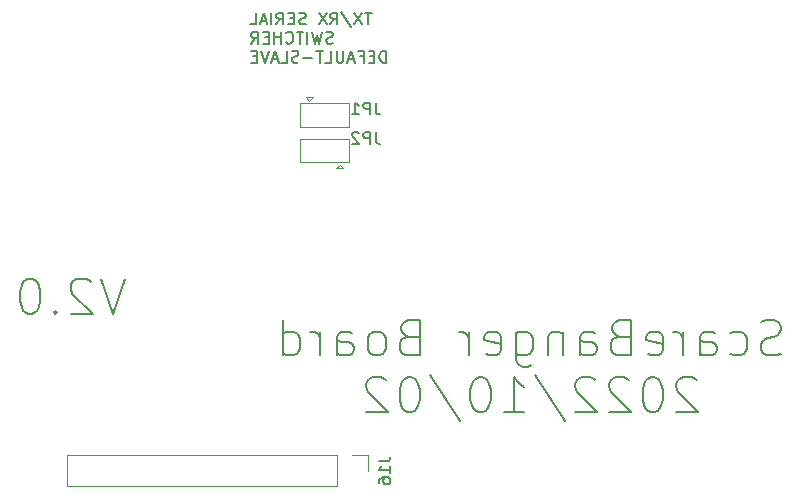
<source format=gbr>
%TF.GenerationSoftware,KiCad,Pcbnew,(6.0.7)*%
%TF.CreationDate,2022-10-06T11:11:12-05:00*%
%TF.ProjectId,ScareBanger_PCB,53636172-6542-4616-9e67-65725f504342,rev?*%
%TF.SameCoordinates,Original*%
%TF.FileFunction,Legend,Bot*%
%TF.FilePolarity,Positive*%
%FSLAX46Y46*%
G04 Gerber Fmt 4.6, Leading zero omitted, Abs format (unit mm)*
G04 Created by KiCad (PCBNEW (6.0.7)) date 2022-10-06 11:11:12*
%MOMM*%
%LPD*%
G01*
G04 APERTURE LIST*
%ADD10C,0.150000*%
%ADD11C,0.120000*%
G04 APERTURE END LIST*
D10*
X151478452Y-95842380D02*
X150907023Y-95842380D01*
X151192738Y-96842380D02*
X151192738Y-95842380D01*
X150668928Y-95842380D02*
X150002261Y-96842380D01*
X150002261Y-95842380D02*
X150668928Y-96842380D01*
X148907023Y-95794761D02*
X149764166Y-97080476D01*
X148002261Y-96842380D02*
X148335595Y-96366190D01*
X148573690Y-96842380D02*
X148573690Y-95842380D01*
X148192738Y-95842380D01*
X148097500Y-95890000D01*
X148049880Y-95937619D01*
X148002261Y-96032857D01*
X148002261Y-96175714D01*
X148049880Y-96270952D01*
X148097500Y-96318571D01*
X148192738Y-96366190D01*
X148573690Y-96366190D01*
X147668928Y-95842380D02*
X147002261Y-96842380D01*
X147002261Y-95842380D02*
X147668928Y-96842380D01*
X145907023Y-96794761D02*
X145764166Y-96842380D01*
X145526071Y-96842380D01*
X145430833Y-96794761D01*
X145383214Y-96747142D01*
X145335595Y-96651904D01*
X145335595Y-96556666D01*
X145383214Y-96461428D01*
X145430833Y-96413809D01*
X145526071Y-96366190D01*
X145716547Y-96318571D01*
X145811785Y-96270952D01*
X145859404Y-96223333D01*
X145907023Y-96128095D01*
X145907023Y-96032857D01*
X145859404Y-95937619D01*
X145811785Y-95890000D01*
X145716547Y-95842380D01*
X145478452Y-95842380D01*
X145335595Y-95890000D01*
X144907023Y-96318571D02*
X144573690Y-96318571D01*
X144430833Y-96842380D02*
X144907023Y-96842380D01*
X144907023Y-95842380D01*
X144430833Y-95842380D01*
X143430833Y-96842380D02*
X143764166Y-96366190D01*
X144002261Y-96842380D02*
X144002261Y-95842380D01*
X143621309Y-95842380D01*
X143526071Y-95890000D01*
X143478452Y-95937619D01*
X143430833Y-96032857D01*
X143430833Y-96175714D01*
X143478452Y-96270952D01*
X143526071Y-96318571D01*
X143621309Y-96366190D01*
X144002261Y-96366190D01*
X143002261Y-96842380D02*
X143002261Y-95842380D01*
X142573690Y-96556666D02*
X142097500Y-96556666D01*
X142668928Y-96842380D02*
X142335595Y-95842380D01*
X142002261Y-96842380D01*
X141192738Y-96842380D02*
X141668928Y-96842380D01*
X141668928Y-95842380D01*
X148192738Y-98404761D02*
X148049880Y-98452380D01*
X147811785Y-98452380D01*
X147716547Y-98404761D01*
X147668928Y-98357142D01*
X147621309Y-98261904D01*
X147621309Y-98166666D01*
X147668928Y-98071428D01*
X147716547Y-98023809D01*
X147811785Y-97976190D01*
X148002261Y-97928571D01*
X148097500Y-97880952D01*
X148145119Y-97833333D01*
X148192738Y-97738095D01*
X148192738Y-97642857D01*
X148145119Y-97547619D01*
X148097500Y-97500000D01*
X148002261Y-97452380D01*
X147764166Y-97452380D01*
X147621309Y-97500000D01*
X147287976Y-97452380D02*
X147049880Y-98452380D01*
X146859404Y-97738095D01*
X146668928Y-98452380D01*
X146430833Y-97452380D01*
X146049880Y-98452380D02*
X146049880Y-97452380D01*
X145716547Y-97452380D02*
X145145119Y-97452380D01*
X145430833Y-98452380D02*
X145430833Y-97452380D01*
X144240357Y-98357142D02*
X144287976Y-98404761D01*
X144430833Y-98452380D01*
X144526071Y-98452380D01*
X144668928Y-98404761D01*
X144764166Y-98309523D01*
X144811785Y-98214285D01*
X144859404Y-98023809D01*
X144859404Y-97880952D01*
X144811785Y-97690476D01*
X144764166Y-97595238D01*
X144668928Y-97500000D01*
X144526071Y-97452380D01*
X144430833Y-97452380D01*
X144287976Y-97500000D01*
X144240357Y-97547619D01*
X143811785Y-98452380D02*
X143811785Y-97452380D01*
X143811785Y-97928571D02*
X143240357Y-97928571D01*
X143240357Y-98452380D02*
X143240357Y-97452380D01*
X142764166Y-97928571D02*
X142430833Y-97928571D01*
X142287976Y-98452380D02*
X142764166Y-98452380D01*
X142764166Y-97452380D01*
X142287976Y-97452380D01*
X141287976Y-98452380D02*
X141621309Y-97976190D01*
X141859404Y-98452380D02*
X141859404Y-97452380D01*
X141478452Y-97452380D01*
X141383214Y-97500000D01*
X141335595Y-97547619D01*
X141287976Y-97642857D01*
X141287976Y-97785714D01*
X141335595Y-97880952D01*
X141383214Y-97928571D01*
X141478452Y-97976190D01*
X141859404Y-97976190D01*
X152716547Y-100062380D02*
X152716547Y-99062380D01*
X152478452Y-99062380D01*
X152335595Y-99110000D01*
X152240357Y-99205238D01*
X152192738Y-99300476D01*
X152145119Y-99490952D01*
X152145119Y-99633809D01*
X152192738Y-99824285D01*
X152240357Y-99919523D01*
X152335595Y-100014761D01*
X152478452Y-100062380D01*
X152716547Y-100062380D01*
X151716547Y-99538571D02*
X151383214Y-99538571D01*
X151240357Y-100062380D02*
X151716547Y-100062380D01*
X151716547Y-99062380D01*
X151240357Y-99062380D01*
X150478452Y-99538571D02*
X150811785Y-99538571D01*
X150811785Y-100062380D02*
X150811785Y-99062380D01*
X150335595Y-99062380D01*
X150002261Y-99776666D02*
X149526071Y-99776666D01*
X150097500Y-100062380D02*
X149764166Y-99062380D01*
X149430833Y-100062380D01*
X149097500Y-99062380D02*
X149097500Y-99871904D01*
X149049880Y-99967142D01*
X149002261Y-100014761D01*
X148907023Y-100062380D01*
X148716547Y-100062380D01*
X148621309Y-100014761D01*
X148573690Y-99967142D01*
X148526071Y-99871904D01*
X148526071Y-99062380D01*
X147573690Y-100062380D02*
X148049880Y-100062380D01*
X148049880Y-99062380D01*
X147383214Y-99062380D02*
X146811785Y-99062380D01*
X147097500Y-100062380D02*
X147097500Y-99062380D01*
X146478452Y-99681428D02*
X145716547Y-99681428D01*
X145287976Y-100014761D02*
X145145119Y-100062380D01*
X144907023Y-100062380D01*
X144811785Y-100014761D01*
X144764166Y-99967142D01*
X144716547Y-99871904D01*
X144716547Y-99776666D01*
X144764166Y-99681428D01*
X144811785Y-99633809D01*
X144907023Y-99586190D01*
X145097500Y-99538571D01*
X145192738Y-99490952D01*
X145240357Y-99443333D01*
X145287976Y-99348095D01*
X145287976Y-99252857D01*
X145240357Y-99157619D01*
X145192738Y-99110000D01*
X145097500Y-99062380D01*
X144859404Y-99062380D01*
X144716547Y-99110000D01*
X143811785Y-100062380D02*
X144287976Y-100062380D01*
X144287976Y-99062380D01*
X143526071Y-99776666D02*
X143049880Y-99776666D01*
X143621309Y-100062380D02*
X143287976Y-99062380D01*
X142954642Y-100062380D01*
X142764166Y-99062380D02*
X142430833Y-100062380D01*
X142097500Y-99062380D01*
X141764166Y-99538571D02*
X141430833Y-99538571D01*
X141287976Y-100062380D02*
X141764166Y-100062380D01*
X141764166Y-99062380D01*
X141287976Y-99062380D01*
X130571428Y-118357142D02*
X129571428Y-121357142D01*
X128571428Y-118357142D01*
X127714285Y-118642857D02*
X127571428Y-118500000D01*
X127285714Y-118357142D01*
X126571428Y-118357142D01*
X126285714Y-118500000D01*
X126142857Y-118642857D01*
X126000000Y-118928571D01*
X126000000Y-119214285D01*
X126142857Y-119642857D01*
X127857142Y-121357142D01*
X126000000Y-121357142D01*
X124714285Y-121071428D02*
X124571428Y-121214285D01*
X124714285Y-121357142D01*
X124857142Y-121214285D01*
X124714285Y-121071428D01*
X124714285Y-121357142D01*
X122714285Y-118357142D02*
X122428571Y-118357142D01*
X122142857Y-118500000D01*
X122000000Y-118642857D01*
X121857142Y-118928571D01*
X121714285Y-119500000D01*
X121714285Y-120214285D01*
X121857142Y-120785714D01*
X122000000Y-121071428D01*
X122142857Y-121214285D01*
X122428571Y-121357142D01*
X122714285Y-121357142D01*
X123000000Y-121214285D01*
X123142857Y-121071428D01*
X123285714Y-120785714D01*
X123428571Y-120214285D01*
X123428571Y-119500000D01*
X123285714Y-118928571D01*
X123142857Y-118642857D01*
X123000000Y-118500000D01*
X122714285Y-118357142D01*
X186142857Y-124714285D02*
X185714285Y-124857142D01*
X185000000Y-124857142D01*
X184714285Y-124714285D01*
X184571428Y-124571428D01*
X184428571Y-124285714D01*
X184428571Y-124000000D01*
X184571428Y-123714285D01*
X184714285Y-123571428D01*
X185000000Y-123428571D01*
X185571428Y-123285714D01*
X185857142Y-123142857D01*
X186000000Y-123000000D01*
X186142857Y-122714285D01*
X186142857Y-122428571D01*
X186000000Y-122142857D01*
X185857142Y-122000000D01*
X185571428Y-121857142D01*
X184857142Y-121857142D01*
X184428571Y-122000000D01*
X181857142Y-124714285D02*
X182142857Y-124857142D01*
X182714285Y-124857142D01*
X183000000Y-124714285D01*
X183142857Y-124571428D01*
X183285714Y-124285714D01*
X183285714Y-123428571D01*
X183142857Y-123142857D01*
X183000000Y-123000000D01*
X182714285Y-122857142D01*
X182142857Y-122857142D01*
X181857142Y-123000000D01*
X179285714Y-124857142D02*
X179285714Y-123285714D01*
X179428571Y-123000000D01*
X179714285Y-122857142D01*
X180285714Y-122857142D01*
X180571428Y-123000000D01*
X179285714Y-124714285D02*
X179571428Y-124857142D01*
X180285714Y-124857142D01*
X180571428Y-124714285D01*
X180714285Y-124428571D01*
X180714285Y-124142857D01*
X180571428Y-123857142D01*
X180285714Y-123714285D01*
X179571428Y-123714285D01*
X179285714Y-123571428D01*
X177857142Y-124857142D02*
X177857142Y-122857142D01*
X177857142Y-123428571D02*
X177714285Y-123142857D01*
X177571428Y-123000000D01*
X177285714Y-122857142D01*
X177000000Y-122857142D01*
X174857142Y-124714285D02*
X175142857Y-124857142D01*
X175714285Y-124857142D01*
X176000000Y-124714285D01*
X176142857Y-124428571D01*
X176142857Y-123285714D01*
X176000000Y-123000000D01*
X175714285Y-122857142D01*
X175142857Y-122857142D01*
X174857142Y-123000000D01*
X174714285Y-123285714D01*
X174714285Y-123571428D01*
X176142857Y-123857142D01*
X172428571Y-123285714D02*
X172000000Y-123428571D01*
X171857142Y-123571428D01*
X171714285Y-123857142D01*
X171714285Y-124285714D01*
X171857142Y-124571428D01*
X172000000Y-124714285D01*
X172285714Y-124857142D01*
X173428571Y-124857142D01*
X173428571Y-121857142D01*
X172428571Y-121857142D01*
X172142857Y-122000000D01*
X172000000Y-122142857D01*
X171857142Y-122428571D01*
X171857142Y-122714285D01*
X172000000Y-123000000D01*
X172142857Y-123142857D01*
X172428571Y-123285714D01*
X173428571Y-123285714D01*
X169142857Y-124857142D02*
X169142857Y-123285714D01*
X169285714Y-123000000D01*
X169571428Y-122857142D01*
X170142857Y-122857142D01*
X170428571Y-123000000D01*
X169142857Y-124714285D02*
X169428571Y-124857142D01*
X170142857Y-124857142D01*
X170428571Y-124714285D01*
X170571428Y-124428571D01*
X170571428Y-124142857D01*
X170428571Y-123857142D01*
X170142857Y-123714285D01*
X169428571Y-123714285D01*
X169142857Y-123571428D01*
X167714285Y-122857142D02*
X167714285Y-124857142D01*
X167714285Y-123142857D02*
X167571428Y-123000000D01*
X167285714Y-122857142D01*
X166857142Y-122857142D01*
X166571428Y-123000000D01*
X166428571Y-123285714D01*
X166428571Y-124857142D01*
X163714285Y-122857142D02*
X163714285Y-125285714D01*
X163857142Y-125571428D01*
X164000000Y-125714285D01*
X164285714Y-125857142D01*
X164714285Y-125857142D01*
X165000000Y-125714285D01*
X163714285Y-124714285D02*
X164000000Y-124857142D01*
X164571428Y-124857142D01*
X164857142Y-124714285D01*
X165000000Y-124571428D01*
X165142857Y-124285714D01*
X165142857Y-123428571D01*
X165000000Y-123142857D01*
X164857142Y-123000000D01*
X164571428Y-122857142D01*
X164000000Y-122857142D01*
X163714285Y-123000000D01*
X161142857Y-124714285D02*
X161428571Y-124857142D01*
X162000000Y-124857142D01*
X162285714Y-124714285D01*
X162428571Y-124428571D01*
X162428571Y-123285714D01*
X162285714Y-123000000D01*
X162000000Y-122857142D01*
X161428571Y-122857142D01*
X161142857Y-123000000D01*
X161000000Y-123285714D01*
X161000000Y-123571428D01*
X162428571Y-123857142D01*
X159714285Y-124857142D02*
X159714285Y-122857142D01*
X159714285Y-123428571D02*
X159571428Y-123142857D01*
X159428571Y-123000000D01*
X159142857Y-122857142D01*
X158857142Y-122857142D01*
X154571428Y-123285714D02*
X154142857Y-123428571D01*
X154000000Y-123571428D01*
X153857142Y-123857142D01*
X153857142Y-124285714D01*
X154000000Y-124571428D01*
X154142857Y-124714285D01*
X154428571Y-124857142D01*
X155571428Y-124857142D01*
X155571428Y-121857142D01*
X154571428Y-121857142D01*
X154285714Y-122000000D01*
X154142857Y-122142857D01*
X154000000Y-122428571D01*
X154000000Y-122714285D01*
X154142857Y-123000000D01*
X154285714Y-123142857D01*
X154571428Y-123285714D01*
X155571428Y-123285714D01*
X152142857Y-124857142D02*
X152428571Y-124714285D01*
X152571428Y-124571428D01*
X152714285Y-124285714D01*
X152714285Y-123428571D01*
X152571428Y-123142857D01*
X152428571Y-123000000D01*
X152142857Y-122857142D01*
X151714285Y-122857142D01*
X151428571Y-123000000D01*
X151285714Y-123142857D01*
X151142857Y-123428571D01*
X151142857Y-124285714D01*
X151285714Y-124571428D01*
X151428571Y-124714285D01*
X151714285Y-124857142D01*
X152142857Y-124857142D01*
X148571428Y-124857142D02*
X148571428Y-123285714D01*
X148714285Y-123000000D01*
X149000000Y-122857142D01*
X149571428Y-122857142D01*
X149857142Y-123000000D01*
X148571428Y-124714285D02*
X148857142Y-124857142D01*
X149571428Y-124857142D01*
X149857142Y-124714285D01*
X150000000Y-124428571D01*
X150000000Y-124142857D01*
X149857142Y-123857142D01*
X149571428Y-123714285D01*
X148857142Y-123714285D01*
X148571428Y-123571428D01*
X147142857Y-124857142D02*
X147142857Y-122857142D01*
X147142857Y-123428571D02*
X147000000Y-123142857D01*
X146857142Y-123000000D01*
X146571428Y-122857142D01*
X146285714Y-122857142D01*
X144000000Y-124857142D02*
X144000000Y-121857142D01*
X144000000Y-124714285D02*
X144285714Y-124857142D01*
X144857142Y-124857142D01*
X145142857Y-124714285D01*
X145285714Y-124571428D01*
X145428571Y-124285714D01*
X145428571Y-123428571D01*
X145285714Y-123142857D01*
X145142857Y-123000000D01*
X144857142Y-122857142D01*
X144285714Y-122857142D01*
X144000000Y-123000000D01*
X179000000Y-126972857D02*
X178857142Y-126830000D01*
X178571428Y-126687142D01*
X177857142Y-126687142D01*
X177571428Y-126830000D01*
X177428571Y-126972857D01*
X177285714Y-127258571D01*
X177285714Y-127544285D01*
X177428571Y-127972857D01*
X179142857Y-129687142D01*
X177285714Y-129687142D01*
X175428571Y-126687142D02*
X175142857Y-126687142D01*
X174857142Y-126830000D01*
X174714285Y-126972857D01*
X174571428Y-127258571D01*
X174428571Y-127830000D01*
X174428571Y-128544285D01*
X174571428Y-129115714D01*
X174714285Y-129401428D01*
X174857142Y-129544285D01*
X175142857Y-129687142D01*
X175428571Y-129687142D01*
X175714285Y-129544285D01*
X175857142Y-129401428D01*
X176000000Y-129115714D01*
X176142857Y-128544285D01*
X176142857Y-127830000D01*
X176000000Y-127258571D01*
X175857142Y-126972857D01*
X175714285Y-126830000D01*
X175428571Y-126687142D01*
X173285714Y-126972857D02*
X173142857Y-126830000D01*
X172857142Y-126687142D01*
X172142857Y-126687142D01*
X171857142Y-126830000D01*
X171714285Y-126972857D01*
X171571428Y-127258571D01*
X171571428Y-127544285D01*
X171714285Y-127972857D01*
X173428571Y-129687142D01*
X171571428Y-129687142D01*
X170428571Y-126972857D02*
X170285714Y-126830000D01*
X170000000Y-126687142D01*
X169285714Y-126687142D01*
X169000000Y-126830000D01*
X168857142Y-126972857D01*
X168714285Y-127258571D01*
X168714285Y-127544285D01*
X168857142Y-127972857D01*
X170571428Y-129687142D01*
X168714285Y-129687142D01*
X165285714Y-126544285D02*
X167857142Y-130401428D01*
X162714285Y-129687142D02*
X164428571Y-129687142D01*
X163571428Y-129687142D02*
X163571428Y-126687142D01*
X163857142Y-127115714D01*
X164142857Y-127401428D01*
X164428571Y-127544285D01*
X160857142Y-126687142D02*
X160571428Y-126687142D01*
X160285714Y-126830000D01*
X160142857Y-126972857D01*
X160000000Y-127258571D01*
X159857142Y-127830000D01*
X159857142Y-128544285D01*
X160000000Y-129115714D01*
X160142857Y-129401428D01*
X160285714Y-129544285D01*
X160571428Y-129687142D01*
X160857142Y-129687142D01*
X161142857Y-129544285D01*
X161285714Y-129401428D01*
X161428571Y-129115714D01*
X161571428Y-128544285D01*
X161571428Y-127830000D01*
X161428571Y-127258571D01*
X161285714Y-126972857D01*
X161142857Y-126830000D01*
X160857142Y-126687142D01*
X156428571Y-126544285D02*
X159000000Y-130401428D01*
X154857142Y-126687142D02*
X154571428Y-126687142D01*
X154285714Y-126830000D01*
X154142857Y-126972857D01*
X154000000Y-127258571D01*
X153857142Y-127830000D01*
X153857142Y-128544285D01*
X154000000Y-129115714D01*
X154142857Y-129401428D01*
X154285714Y-129544285D01*
X154571428Y-129687142D01*
X154857142Y-129687142D01*
X155142857Y-129544285D01*
X155285714Y-129401428D01*
X155428571Y-129115714D01*
X155571428Y-128544285D01*
X155571428Y-127830000D01*
X155428571Y-127258571D01*
X155285714Y-126972857D01*
X155142857Y-126830000D01*
X154857142Y-126687142D01*
X152714285Y-126972857D02*
X152571428Y-126830000D01*
X152285714Y-126687142D01*
X151571428Y-126687142D01*
X151285714Y-126830000D01*
X151142857Y-126972857D01*
X151000000Y-127258571D01*
X151000000Y-127544285D01*
X151142857Y-127972857D01*
X152857142Y-129687142D01*
X151000000Y-129687142D01*
%TO.C,J16*%
X152082380Y-133810476D02*
X152796666Y-133810476D01*
X152939523Y-133762857D01*
X153034761Y-133667619D01*
X153082380Y-133524761D01*
X153082380Y-133429523D01*
X153082380Y-134810476D02*
X153082380Y-134239047D01*
X153082380Y-134524761D02*
X152082380Y-134524761D01*
X152225238Y-134429523D01*
X152320476Y-134334285D01*
X152368095Y-134239047D01*
X152082380Y-135667619D02*
X152082380Y-135477142D01*
X152130000Y-135381904D01*
X152177619Y-135334285D01*
X152320476Y-135239047D01*
X152510952Y-135191428D01*
X152891904Y-135191428D01*
X152987142Y-135239047D01*
X153034761Y-135286666D01*
X153082380Y-135381904D01*
X153082380Y-135572380D01*
X153034761Y-135667619D01*
X152987142Y-135715238D01*
X152891904Y-135762857D01*
X152653809Y-135762857D01*
X152558571Y-135715238D01*
X152510952Y-135667619D01*
X152463333Y-135572380D01*
X152463333Y-135381904D01*
X152510952Y-135286666D01*
X152558571Y-135239047D01*
X152653809Y-135191428D01*
%TO.C,JP1*%
X151833333Y-103452380D02*
X151833333Y-104166666D01*
X151880952Y-104309523D01*
X151976190Y-104404761D01*
X152119047Y-104452380D01*
X152214285Y-104452380D01*
X151357142Y-104452380D02*
X151357142Y-103452380D01*
X150976190Y-103452380D01*
X150880952Y-103500000D01*
X150833333Y-103547619D01*
X150785714Y-103642857D01*
X150785714Y-103785714D01*
X150833333Y-103880952D01*
X150880952Y-103928571D01*
X150976190Y-103976190D01*
X151357142Y-103976190D01*
X149833333Y-104452380D02*
X150404761Y-104452380D01*
X150119047Y-104452380D02*
X150119047Y-103452380D01*
X150214285Y-103595238D01*
X150309523Y-103690476D01*
X150404761Y-103738095D01*
%TO.C,JP2*%
X151833333Y-105952380D02*
X151833333Y-106666666D01*
X151880952Y-106809523D01*
X151976190Y-106904761D01*
X152119047Y-106952380D01*
X152214285Y-106952380D01*
X151357142Y-106952380D02*
X151357142Y-105952380D01*
X150976190Y-105952380D01*
X150880952Y-106000000D01*
X150833333Y-106047619D01*
X150785714Y-106142857D01*
X150785714Y-106285714D01*
X150833333Y-106380952D01*
X150880952Y-106428571D01*
X150976190Y-106476190D01*
X151357142Y-106476190D01*
X150404761Y-106047619D02*
X150357142Y-106000000D01*
X150261904Y-105952380D01*
X150023809Y-105952380D01*
X149928571Y-106000000D01*
X149880952Y-106047619D01*
X149833333Y-106142857D01*
X149833333Y-106238095D01*
X149880952Y-106380952D01*
X150452380Y-106952380D01*
X149833333Y-106952380D01*
D11*
%TO.C,J16*%
X148590000Y-133290000D02*
X125670000Y-133290000D01*
X151190000Y-134620000D02*
X151190000Y-133290000D01*
X148590000Y-135950000D02*
X148590000Y-133290000D01*
X148590000Y-135950000D02*
X125670000Y-135950000D01*
X151190000Y-133290000D02*
X149860000Y-133290000D01*
X125670000Y-135950000D02*
X125670000Y-133290000D01*
%TO.C,JP1*%
X145450000Y-103500000D02*
X145450000Y-105500000D01*
X146200000Y-103300000D02*
X146500000Y-103000000D01*
X146200000Y-103300000D02*
X145900000Y-103000000D01*
X149550000Y-103500000D02*
X145450000Y-103500000D01*
X149550000Y-105500000D02*
X149550000Y-103500000D01*
X145900000Y-103000000D02*
X146500000Y-103000000D01*
X145450000Y-105500000D02*
X149550000Y-105500000D01*
%TO.C,JP2*%
X149100000Y-109000000D02*
X148500000Y-109000000D01*
X149550000Y-108500000D02*
X149550000Y-106500000D01*
X145450000Y-106500000D02*
X145450000Y-108500000D01*
X145450000Y-108500000D02*
X149550000Y-108500000D01*
X148800000Y-108700000D02*
X149100000Y-109000000D01*
X148800000Y-108700000D02*
X148500000Y-109000000D01*
X149550000Y-106500000D02*
X145450000Y-106500000D01*
%TD*%
M02*

</source>
